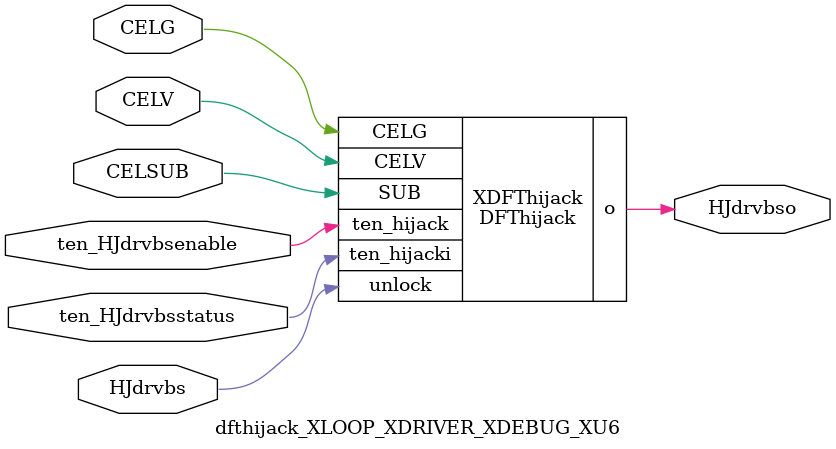
<source format=v>


module DFThijack ( o, CELG, CELV, SUB, ten_hijack, ten_hijacki, unlock );

  input CELV;
  input ten_hijack;
  input ten_hijacki;
  input unlock;
  output o;
  input SUB;
  input CELG;
endmodule


module dfthijack_XLOOP_XDRIVER_XDEBUG_XU6 (HJdrvbso,CELG,CELV,CELSUB,ten_HJdrvbsenable,ten_HJdrvbsstatus,HJdrvbs);
output  HJdrvbso;
input  CELG;
input  CELV;
input  CELSUB;
input  ten_HJdrvbsenable;
input  ten_HJdrvbsstatus;
input  HJdrvbs;

DFThijack XDFThijack(
  .o (HJdrvbso),
  .CELG (CELG),
  .CELV (CELV),
  .SUB (CELSUB),
  .ten_hijack (ten_HJdrvbsenable),
  .ten_hijacki (ten_HJdrvbsstatus),
  .unlock (HJdrvbs)
);

endmodule


</source>
